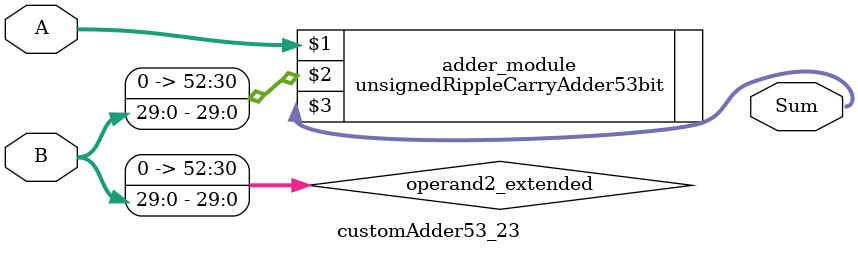
<source format=v>
module customAdder53_23(
                        input [52 : 0] A,
                        input [29 : 0] B,
                        
                        output [53 : 0] Sum
                );

        wire [52 : 0] operand2_extended;
        
        assign operand2_extended =  {23'b0, B};
        
        unsignedRippleCarryAdder53bit adder_module(
            A,
            operand2_extended,
            Sum
        );
        
        endmodule
        
</source>
